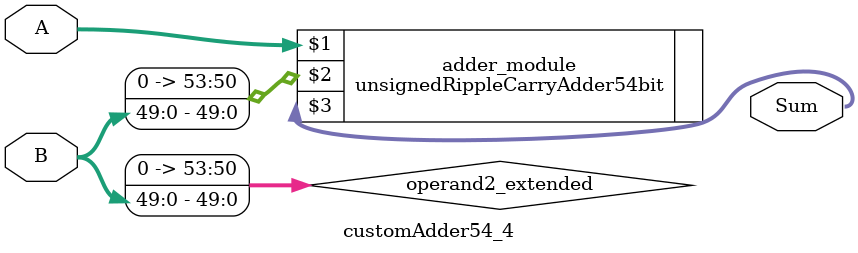
<source format=v>
module customAdder54_4(
                        input [53 : 0] A,
                        input [49 : 0] B,
                        
                        output [54 : 0] Sum
                );

        wire [53 : 0] operand2_extended;
        
        assign operand2_extended =  {4'b0, B};
        
        unsignedRippleCarryAdder54bit adder_module(
            A,
            operand2_extended,
            Sum
        );
        
        endmodule
        
</source>
